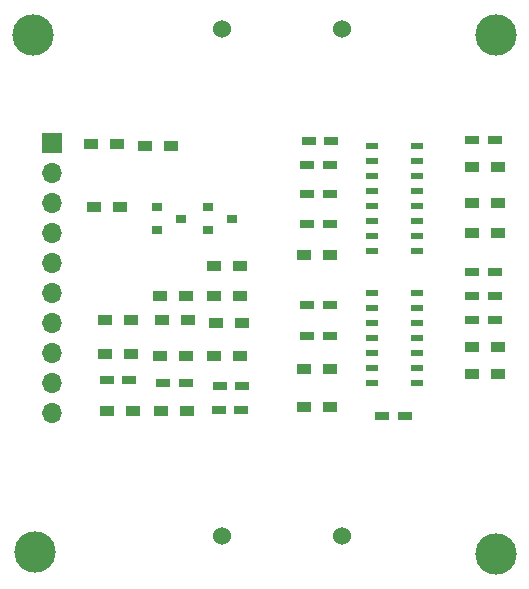
<source format=gbr>
G04 #@! TF.FileFunction,Soldermask,Top*
%FSLAX46Y46*%
G04 Gerber Fmt 4.6, Leading zero omitted, Abs format (unit mm)*
G04 Created by KiCad (PCBNEW 4.0.7) date Wednesday, December 20, 2017 'PMt' 05:08:58 PM*
%MOMM*%
%LPD*%
G01*
G04 APERTURE LIST*
%ADD10C,0.100000*%
%ADD11R,1.200000X0.750000*%
%ADD12C,1.524000*%
%ADD13R,0.900000X0.800000*%
%ADD14R,1.200000X0.900000*%
%ADD15R,1.100000X0.500000*%
%ADD16R,1.700000X1.700000*%
%ADD17O,1.700000X1.700000*%
%ADD18C,3.500000*%
G04 APERTURE END LIST*
D10*
D11*
X116464000Y-108712000D03*
X118364000Y-108712000D03*
X130434000Y-105918000D03*
X132334000Y-105918000D03*
X130434000Y-109982000D03*
X132334000Y-109982000D03*
X130434000Y-94742000D03*
X132334000Y-94742000D03*
X116586000Y-94869000D03*
X118486000Y-94869000D03*
X109032000Y-115570000D03*
X110932000Y-115570000D03*
X108966000Y-117602000D03*
X110866000Y-117602000D03*
X116464000Y-111379000D03*
X118364000Y-111379000D03*
X122814000Y-118110000D03*
X124714000Y-118110000D03*
X130434000Y-107950000D03*
X132334000Y-107950000D03*
X116464000Y-99314000D03*
X118364000Y-99314000D03*
X116464000Y-101854000D03*
X118364000Y-101854000D03*
X116459000Y-96901000D03*
X118359000Y-96901000D03*
X99507000Y-115062000D03*
X101407000Y-115062000D03*
X104272000Y-115316000D03*
X106172000Y-115316000D03*
D12*
X109220000Y-128270000D03*
X119380000Y-128270000D03*
X109220000Y-85344000D03*
X119380000Y-85344000D03*
D13*
X103759000Y-100457000D03*
X103759000Y-102357000D03*
X105759000Y-101407000D03*
X108077000Y-100457000D03*
X108077000Y-102357000D03*
X110077000Y-101407000D03*
D14*
X130388000Y-114554000D03*
X132588000Y-114554000D03*
X99314000Y-112903000D03*
X101514000Y-112903000D03*
X108712000Y-110236000D03*
X110912000Y-110236000D03*
X104013000Y-107950000D03*
X106213000Y-107950000D03*
X98425000Y-100457000D03*
X100625000Y-100457000D03*
X99314000Y-109982000D03*
X101514000Y-109982000D03*
X104140000Y-109982000D03*
X106340000Y-109982000D03*
X116164000Y-114173000D03*
X118364000Y-114173000D03*
X116205000Y-117348000D03*
X118405000Y-117348000D03*
X104013000Y-113030000D03*
X106213000Y-113030000D03*
X108585000Y-113030000D03*
X110785000Y-113030000D03*
X98171000Y-95123000D03*
X100371000Y-95123000D03*
X130388000Y-112268000D03*
X132588000Y-112268000D03*
X108544000Y-105410000D03*
X110744000Y-105410000D03*
X99519380Y-117678200D03*
X101719380Y-117678200D03*
X104099000Y-117729000D03*
X106299000Y-117729000D03*
X108585000Y-107950000D03*
X110785000Y-107950000D03*
X102743000Y-95250000D03*
X104943000Y-95250000D03*
D15*
X121920000Y-107696000D03*
X121920000Y-108966000D03*
X121920000Y-110236000D03*
X121920000Y-111506000D03*
X121920000Y-112776000D03*
X121920000Y-114046000D03*
X121920000Y-115316000D03*
X125730000Y-115316000D03*
X125730000Y-114046000D03*
X125730000Y-112776000D03*
X125730000Y-111506000D03*
X125730000Y-110236000D03*
X125730000Y-108966000D03*
X125730000Y-107696000D03*
D16*
X94869000Y-94996000D03*
D17*
X94869000Y-97536000D03*
X94869000Y-100076000D03*
X94869000Y-102616000D03*
X94869000Y-105156000D03*
X94869000Y-107696000D03*
X94869000Y-110236000D03*
X94869000Y-112776000D03*
X94869000Y-115316000D03*
X94869000Y-117856000D03*
D14*
X130388000Y-100076000D03*
X132588000Y-100076000D03*
X130388000Y-102616000D03*
X132588000Y-102616000D03*
X116164000Y-104521000D03*
X118364000Y-104521000D03*
X130388000Y-97028000D03*
X132588000Y-97028000D03*
D15*
X121920000Y-95250000D03*
X121920000Y-96520000D03*
X121920000Y-97790000D03*
X121920000Y-99060000D03*
X121920000Y-100330000D03*
X121920000Y-101600000D03*
X121920000Y-102870000D03*
X121920000Y-104140000D03*
X125730000Y-104140000D03*
X125730000Y-102870000D03*
X125730000Y-101600000D03*
X125730000Y-100330000D03*
X125730000Y-99060000D03*
X125730000Y-97790000D03*
X125730000Y-96520000D03*
X125730000Y-95250000D03*
D18*
X93263720Y-85885020D03*
X132473700Y-85813900D03*
X93405960Y-129664460D03*
X132473700Y-129819400D03*
M02*

</source>
